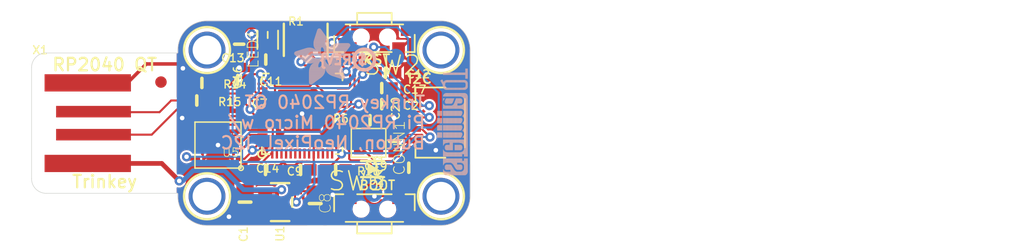
<source format=kicad_pcb>
(kicad_pcb (version 20221018) (generator pcbnew)
  (layers (0 "F.Cu" signal) (1 "In1.Cu" signal) (2 "In2.Cu" signal) (3 "In3.Cu" signal) (4 "In4.Cu" signal) (5 "In5.Cu" signal) (6 "In6.Cu" signal) (7 "In7.Cu" signal) (8 "In8.Cu" signal) (9 "In9.Cu" signal) (10 "In10.Cu" signal) (11 "In11.Cu" signal) (12 "In12.Cu" signal) (13 "In13.Cu" signal) (14 "In14.Cu" signal) (31 "B.Cu" signal) (34 "B.Paste" user) (35 "F.Paste" user) (36 "B.SilkS" user "B.Silkscreen") (37 "F.SilkS" user "F.Silkscreen") (38 "B.Mask" user) (39 "F.Mask" user) (44 "Edge.Cuts" user))
  (net 0 "")
  (net 1 "GND")
  (net 2 "D+")
  (net 3 "D-")
  (net 4 "~{RESET}")
  (net 5 "NEOPIX")
  (net 6 "+5V")
  (net 7 "+3V3")
  (net 8 "QSPI_DATA[0]")
  (net 9 "QSPI_DATA[1]")
  (net 10 "QSPI_SCK")
  (net 11 "QSPI_CS")
  (net 12 "QSPI_DATA[3]")
  (net 13 "QSPI_DATA[2]")
  (net 14 "1.2V")
  (net 15 "USB_D+")
  (net 16 "USB_D-")
  (net 17 "USBBOOT")
  (net 18 "N$5")
  (net 19 "N$6")
  (net 20 "N$7")
  (net 21 "SDA")
  (net 22 "SCL")
  (net 23 "N$1")
  (footprint "working:MOUNTINGHOLE_2.5_PLATED" (layer "F.Cu") (at 144.6911 98.6536)
    (fp_text reference "U$1" hide)
    (fp_text value "MOUNTINGHOLE2.5" hide)
  )
  (footprint "working:SPST_TACTILE_RA" (layer "F.Cu") (at 159.2326 112.1791)
    (fp_text reference "SW3")
    (fp_text value "" hide)
  )
  (footprint "working:FIDUCIAL_1MM" (layer "F.Cu") (at 140.6906 101.4349 90)
    (fp_text reference "U$8" hide)
    (fp_text value "FIDUCIAL_1MM" hide)
  )
  (footprint "working:MOUNTINGHOLE_2.5_PLATED" (layer "F.Cu") (at 165.0111 98.6536)
    (fp_text reference "U$5" hide)
    (fp_text value "MOUNTINGHOLE2.5" hide)
  )
  (footprint "working:SK6805_1515" (layer "F.Cu") (at 149.9616 97.7646 90)
    (fp_text reference "LED1")
    (fp_text value "WS2812B_SK6805_1515")
  )
  (footprint "working:MOUNTINGHOLE_2.5_PLATED" (layer "F.Cu") (at 144.6911 111.3536)
    (fp_text reference "U$2" hide)
    (fp_text value "MOUNTINGHOLE2.5" hide)
  )
  (footprint "working:0603-NO" (layer "F.Cu") (at 159.8676 103.3526)
    (fp_text reference "C2")
    (fp_text value "1uF")
  )
  (footprint "working:USBA_PCB" (layer "F.Cu") (at 134.5311 105.0036)
    (fp_text reference "X1")
    (fp_text value "")
  )
  (footprint "working:0805-NO" (layer "F.Cu") (at 147.9931 111.8616 -90)
    (fp_text reference "C1")
    (fp_text value "10uF")
  )
  (footprint "working:0603-NO" (layer "F.Cu") (at 152.8191 109.0676 180)
    (fp_text reference "C14")
    (fp_text value "0.1uF")
  )
  (footprint "working:0603-NO" (layer "F.Cu") (at 159.8676 101.9556)
    (fp_text reference "C17")
    (fp_text value "0.1uF")
  )
  (footprint "working:0603-NO" (layer "F.Cu") (at 155.8671 109.0676)
    (fp_text reference "R16")
    (fp_text value "1K")
  )
  (footprint "working:0603-NO" (layer "F.Cu") (at 149.7965 99.4791 180)
    (fp_text reference "C13")
    (fp_text value "0.1uF")
  )
  (footprint "working:0603-NO" (layer "F.Cu") (at 160.9471 106.5911 90)
    (fp_text reference "C20")
    (fp_text value "22pF")
  )
  (footprint "working:USON8_4X4" (layer "F.Cu") (at 145.6436 106.9086 180)
    (fp_text reference "U5")
    (fp_text value "8MB")
  )
  (footprint "working:0603-NO" (layer "F.Cu") (at 160.1851 100.6221)
    (fp_text reference "C12")
    (fp_text value "1uF")
  )
  (footprint "working:_0603MP" (layer "F.Cu") (at 146.7231 103.1621)
    (fp_text reference "C7")
    (fp_text value "0.1uF")
  )
  (footprint "working:QFN56_7MM_REDUCEDEPAD" (layer "F.Cu") (at 152.9588 104.1908 90)
    (fp_text reference "IC2" hide)
    (fp_text value "RP2040_QFN56" hide)
  )
  (footprint "working:RESPACK_4X0603" (layer "F.Cu") (at 153.2636 97.7646)
    (fp_text reference "R1")
    (fp_text value "10K")
  )
  (footprint "working:FIDUCIAL_1MM" (layer "F.Cu") (at 165.9509 105.1052 -90)
    (fp_text reference "U$6" hide)
    (fp_text value "FIDUCIAL_1MM" hide)
  )
  (footprint "working:0603-NO" (layer "F.Cu") (at 143.8021 103.0351)
    (fp_text reference "R15")
    (fp_text value "27")
  )
  (footprint "working:0805-NO" (layer "F.Cu") (at 154.0891 111.9886 -90)
    (fp_text reference "C8")
    (fp_text value "10uF")
  )
  (footprint "working:0603-NO" (layer "F.Cu") (at 162.2171 108.8771 180)
    (fp_text reference "C19")
    (fp_text value "22pF")
  )
  (footprint "working:SPST_TACTILE_RA" (layer "F.Cu") (at 159.2326 97.8281 180)
    (fp_text reference "SW2")
    (fp_text value "" hide)
  )
  (footprint "working:SOD-323_MINI" (layer "F.Cu") (at 159.0675 108.9914 180)
    (fp_text reference "D2")
    (fp_text value "  NSR0320")
  )
  (footprint "working:MOUNTINGHOLE_2.5_PLATED" (layer "F.Cu") (at 165.0111 111.3536)
    (fp_text reference "U$4" hide)
    (fp_text value "MOUNTINGHOLE2.5" hide)
  )
  (footprint "working:JST_SH4_SKINNY" (layer "F.Cu") (at 165.0111 105.0036 90)
    (fp_text reference "CONN1")
    (fp_text value "STEMMA_I2C_QTSKINNY" hide)
  )
  (footprint "working:0603-NO" (layer "F.Cu") (at 158.8516 104.7496 180)
    (fp_text reference "R6")
    (fp_text value "1K")
  )
  (footprint "working:0603-NO" (layer "F.Cu") (at 147.4851 98.1456 -90)
    (fp_text reference "C16")
    (fp_text value "0.1uF")
  )
  (footprint "working:0603-NO" (layer "F.Cu") (at 149.7711 109.0676)
    (fp_text reference "C9")
    (fp_text value "0.1uF")
  )
  (footprint "working:SOT23-5" (layer "F.Cu") (at 151.0411 111.8616 -90)
    (fp_text reference "U1")
    (fp_text value "AP2112K-3.3")
  )
  (footprint "working:0603-NO" (layer "F.Cu") (at 147.3581 101.2571)
    (fp_text reference "C11")
    (fp_text value "0.1uF")
  )
  (footprint "working:CRYSTAL_2.5X2" (layer "F.Cu") (at 158.7246 106.7181 180)
    (fp_text reference "Y1")
    (fp_text value "12MHZ")
  )
  (footprint "working:0603-NO" (layer "F.Cu") (at 144.2466 101.5111)
    (fp_text reference "R14")
    (fp_text value "27")
  )
  (footprint "working:TESTPOINT_ROUND_1.5MM_NO" (layer "B.Cu") (at 161.0741 99.2886 -90)
    (fp_text reference "TP3" hide)
    (fp_text value "" hide)
  )
  (footprint "working:PCBFEAT-REV-040" (layer "B.Cu") (at 158.3436 99.4791 180)
    (fp_text reference "U$9" hide)
    (fp_text value "" hide)
  )
  (footprint "working:STEMMAQT" (layer "B.Cu") (at 164.6936 109.5121 90)
    (fp_text reference "U$7" hide)
    (fp_text value "" hide)
  )
  (footprint "working:TESTPOINT_ROUND_1.5MM_NO" (layer "B.Cu") (at 159.1691 111.0996 -90)
    (fp_text reference "TP4" hide)
    (fp_text value "" hide)
  )
  (footprint "working:ADAFRUIT_5MM" (layer "B.Cu") (at 157.1371 101.6381 180)
    (fp_text reference "U$10" hide)
    (fp_text value "" hide)
  )
  (gr_line (start 165.0111 113.8936) (end 144.6911 113.8936) (stroke (width 0.05)) (layer "Edge.Cuts"))
  (gr_arc (start 142.1511 98.6536) (mid 142.895049 96.857549) (end 144.6911 96.1136) (stroke (width 0.05)) (layer "Edge.Cuts"))
  (gr_line (start 167.5511 98.6536) (end 167.5511 111.3536) (stroke (width 0.05)) (layer "Edge.Cuts"))
  (gr_line (start 144.6911 96.1136) (end 165.0111 96.1136) (stroke (width 0.05)) (layer "Edge.Cuts"))
  (gr_line (start 129.4511 109.8296) (end 129.4511 100.1776) (stroke (width 0.05)) (layer "Edge.Cuts"))
  (gr_arc (start 129.4511 100.1776) (mid 129.823074 99.279574) (end 130.7211 98.9076) (stroke (width 0.05)) (layer "Edge.Cuts"))
  (gr_arc (start 130.7211 111.0996) (mid 129.823074 110.727626) (end 129.4511 109.8296) (stroke (width 0.05)) (layer "Edge.Cuts"))
  (gr_line (start 130.7211 98.9076) (end 142.1511 98.9076) (stroke (width 0.05)) (layer "Edge.Cuts"))
  (gr_arc (start 167.5511 111.3536) (mid 166.807151 113.149651) (end 165.0111 113.8936) (stroke (width 0.05)) (layer "Edge.Cuts"))
  (gr_arc (start 165.0111 96.1136) (mid 166.807151 96.857549) (end 167.5511 98.6536) (stroke (width 0.05)) (layer "Edge.Cuts"))
  (gr_line (start 142.1511 98.9076) (end 142.1511 98.6536) (stroke (width 0.05)) (layer "Edge.Cuts"))
  (gr_arc (start 144.6911 113.8936) (mid 142.895049 113.149651) (end 142.1511 111.3536) (stroke (width 0.05)) (layer "Edge.Cuts"))
  (gr_line (start 142.1511 111.3536) (end 142.1511 111.0996) (stroke (width 0.05)) (layer "Edge.Cuts"))
  (gr_line (start 142.1511 111.0996) (end 130.7211 111.0996) (stroke (width 0.05)) (layer "Edge.Cuts"))
  (gr_text "Trinkey RP2040 QT\nPi RP2040 Micro w/\nButton, NeoPixel, I2C" (at 163.7411 107.3531) (layer "B.SilkS") (effects (font (size 1.0922 1.0922) (thickness 0.1778)) (justify left bottom mirror)))
  (gr_text "" (at 215.4809 102.4128) (layer "F.SilkS") (effects (font (size 0.89408 0.89408) (thickness 0.12192))))
  (gr_text "BOOT" (at 159.4866 110.4011) (layer "F.SilkS") (effects (font (size 0.79883 0.79883) (thickness 0.14097))))
  (gr_text "I2C" (at 163.1696 101.1301) (layer "F.SilkS") (effects (font (size 0.8636 0.8636) (thickness 0.1524))))
  (gr_text "RP2040 QT" (at 135.8011 99.9236) (layer "F.SilkS") (effects (font (size 1.0795 1.0795) (thickness 0.1905))))
  (gr_text "RST" (at 159.4231 99.4918) (layer "F.SilkS") (effects (font (size 0.8636 0.8636) (thickness 0.1524))))
  (gr_text "Trinkey" (at 135.8011 110.0836) (layer "F.SilkS") (effects (font (size 1.0795 1.0795) (thickness 0.1905))))
  (segment (start 147.9931 112.8116) (end 148.6306 113.4491) (width 0.3048) (layer "F.Cu") (net 1))
  (segment (start 153.5786 113.4491) (end 154.0891 112.9386) (width 0.3048) (layer "F.Cu") (net 1))
  (segment (start 142.5956 100.2411) (end 142.2146 99.8601) (width 0.3048) (layer "F.Cu") (net 1))
  (segment (start 137.7771 101.5036) (end 134.3311 101.5036) (width 0.3048) (layer "F.Cu") (net 1))
  (segment (start 139.4206 99.8601) (end 137.7771 101.5036) (width 0.3048) (layer "F.Cu") (net 1))
  (segment (start 148.6306 113.4491) (end 153.5786 113.4491) (width 0.3048) (layer "F.Cu") (net 1))
  (segment (start 146.0181 105.7086) (end 145.6436 106.0831) (width 0.3048) (layer "F.Cu") (net 1))
  (segment (start 147.4936 105.7086) (end 146.0181 105.7086) (width 0.3048) (layer "F.Cu") (net 1))
  (segment (start 145.6436 106.0831) (end 145.6436 106.9086) (width 0.3048) (layer "F.Cu") (net 1))
  (segment (start 142.2146 99.8601) (end 139.4206 99.8601) (width 0.3048) (layer "F.Cu") (net 1))
  (via (at 146.5961 113.1316) (size 0.8001) (drill 0.3937) (layers "F.Cu" "B.Cu") (net 1))
  (via (at 152.9461 104.1781) (size 0.8001) (drill 0.3937) (layers "F.Cu" "B.Cu") (net 1))
  (via (at 142.5956 100.2411) (size 0.8001) (drill 0.3937) (layers "F.Cu" "B.Cu") (net 1))
  (via (at 142.5321 104.5591) (size 0.8001) (drill 0.3937) (layers "F.Cu" "B.Cu") (net 1))
  (via (at 147.4851 100.1776) (size 0.8001) (drill 0.3937) (layers "F.Cu" "B.Cu") (net 1))
  (via (at 164.5666 107.3531) (size 0.8001) (drill 0.3937) (layers "F.Cu" "B.Cu") (net 1))
  (via (at 160.9471 104.5591) (size 0.8001) (drill 0.3937) (layers "F.Cu" "B.Cu") (net 1))
  (via (at 155.6131 111.2266) (size 0.8001) (drill 0.3937) (layers "F.Cu" "B.Cu") (net 1))
  (via (at 145.6436 106.9086) (size 0.8001) (drill 0.3937) (layers "F.Cu" "B.Cu") (net 1))
  (segment (start 147.9848 102.4288) (end 145.0434 102.4288) (width 0.1778) (layer "F.Cu") (net 2))
  (segment (start 149.5088 103.1908) (end 148.7468 103.1908) (width 0.1778) (layer "F.Cu") (net 2))
  (segment (start 145.0434 102.4288) (end 144.6521 102.8201) (width 0.1778) (layer "F.Cu") (net 2))
  (segment (start 144.6521 103.0351) (end 144.6521 102.8201) (width 0.1778) (layer "F.Cu") (net 2))
  (segment (start 148.7468 103.1908) (end 147.9848 102.4288) (width 0.1778) (layer "F.Cu") (net 2))
  (segment (start 145.0966 101.5111) (end 145.072 101.635694) (width 0.1778) (layer "F.Cu") (net 3))
  (segment (start 148.1118 102.0288) (end 145.395087 102.0288) (width 0.1778) (layer "F.Cu") (net 3))
  (segment (start 149.5088 102.7908) (end 148.8738 102.7908) (width 0.1778) (layer "F.Cu") (net 3))
  (segment (start 145.395087 102.0288) (end 145.072 101.635694) (width 0.1778) (layer "F.Cu") (net 3))
  (segment (start 148.8738 102.7908) (end 148.1118 102.0288) (width 0.1778) (layer "F.Cu") (net 3))
  (segment (start 157.5022 100.2832) (end 157.5022 101.9715) (width 0.1778) (layer "F.Cu") (net 4))
  (segment (start 157.1326 99.8501) (end 157.5022 100.2197) (width 0.1778) (layer "F.Cu") (net 4))
  (segment (start 158.8406 98.7281) (end 159.1691 98.3996) (width 0.1778) (layer "F.Cu") (net 4))
  (segment (start 157.1326 98.7281) (end 158.8406 98.7281) (width 0.1778) (layer "F.Cu") (net 4))
  (segment (start 157.5022 101.9715) (end 157.0829 102.3908) (width 0.1778) (layer "F.Cu") (net 4))
  (segment (start 157.0829 102.3908) (end 156.4088 102.3908) (width 0.1778) (layer "F.Cu") (net 4))
  (segment (start 157.5022 100.2197) (end 157.5022 100.2832) (width 0.1778) (layer "F.Cu") (net 4))
  (segment (start 157.1326 99.8501) (end 156.0876 98.8051) (width 0.1778) (layer "F.Cu") (net 4))
  (segment (start 156.0876 98.8051) (end 154.7541 98.8051) (width 0.1778) (layer "F.Cu") (net 4))
  (segment (start 154.7541 98.8051) (end 154.5636 98.6146) (width 0.1778) (layer "F.Cu") (net 4))
  (segment (start 157.1326 98.7281) (end 157.1326 99.8501) (width 0.1778) (layer "F.Cu") (net 4))
  (via (at 159.1691 98.3996) (size 0.8001) (drill 0.3937) (layers "F.Cu" "B.Cu") (net 4))
  (segment (start 159.1691 98.3996) (end 160.1851 98.3996) (width 0.1778) (layer "B.Cu") (net 4))
  (segment (start 160.1851 98.3996) (end 161.0741 99.2886) (width 0.1778) (layer "B.Cu") (net 4))
  (segment (start 150.4116 98.2646) (end 151.4719 98.2646) (width 0.1778) (layer "F.Cu") (net 5))
  (segment (start 151.4719 98.2646) (end 151.4719 99.5563) (width 0.1778) (layer "F.Cu") (net 5))
  (segment (start 151.5588 99.6432) (end 151.4719 99.5563) (width 0.1778) (layer "F.Cu") (net 5))
  (segment (start 151.5588 100.7408) (end 151.5588 99.6432) (width 0.1778) (layer "F.Cu") (net 5))
  (segment (start 149.741 112.8116) (end 150.7871 112.8116) (width 0.3048) (layer "F.Cu") (net 6))
  (segment (start 150.5991 110.9116) (end 150.3426 110.9116) (width 0.3048) (layer "F.Cu") (net 6))
  (segment (start 150.3426 110.9116) (end 149.741 110.9116) (width 0.3048) (layer "F.Cu") (net 6))
  (segment (start 134.3311 108.5036) (end 140.7616 108.5036) (width 0.4064) (layer "F.Cu") (net 6))
  (segment (start 150.7871 112.8116) (end 150.7871 111.0996) (width 0.3048) (layer "F.Cu") (net 6))
  (segment (start 149.741 110.9116) (end 147.9931 110.9116) (width 0.3048) (layer "F.Cu") (net 6))
  (segment (start 151.03385 110.9116) (end 150.3426 110.9116) (width 0.4064) (layer "F.Cu") (net 6))
  (segment (start 140.7616 108.5036) (end 142.2781 110.0201) (width 0.4064) (layer "F.Cu") (net 6))
  (segment (start 151.16335 110.7821) (end 151.03385 110.9116) (width 0.4064) (layer "F.Cu") (net 6))
  (segment (start 150.7871 111.0996) (end 150.5991 110.9116) (width 0.3048) (layer "F.Cu") (net 6))
  (via (at 151.16335 110.7821) (size 0.8001) (drill 0.3937) (layers "F.Cu" "B.Cu") (net 6))
  (via (at 142.2781 110.0201) (size 0.8001) (drill 0.3937) (layers "F.Cu" "B.Cu") (net 6))
  (segment (start 146.2184 109.1344) (end 147.8661 110.7821) (width 0.4064) (layer "B.Cu") (net 6))
  (segment (start 147.8661 110.7821) (end 151.16335 110.7821) (width 0.4064) (layer "B.Cu") (net 6))
  (segment (start 143.4813 109.1344) (end 146.2184 109.1344) (width 0.4064) (layer "B.Cu") (net 6))
  (segment (start 142.2781 110.0201) (end 142.5956 110.0201) (width 0.4064) (layer "B.Cu") (net 6))
  (segment (start 143.4813 109.1344) (end 142.5956 110.0201) (width 0.4064) (layer "B.Cu") (net 6))
  (segment (start 148.304243 96.7486) (end 148.4376 96.7486) (width 0.1778) (layer "F.Cu") (net 7))
  (segment (start 150.6981 96.9781) (end 151.9001 96.9781) (width 0.1778) (layer "F.Cu") (net 7))
  (segment (start 156.4088 103.9908) (end 157.071912 103.9908) (width 0.1778) (layer "F.Cu") (net 7))
  (segment (start 153.9588 108.9743) (end 153.8655 109.0676) (width 0.1778) (layer "F.Cu") (net 7))
  (segment (start 152.8636 96.9146) (end 153.6636 96.9146) (width 0.1778) (layer "F.Cu") (net 7))
  (segment (start 155.1051 102.5906) (end 153.9621 101.4476) (width 0.1778) (layer "F.Cu") (net 7))
  (segment (start 149.5088 103.9908) (end 149.5088 103.5908) (width 0.1778) (layer "F.Cu") (net 7))
  (segment (start 153.9621 101.4476) (end 153.9621 100.7375) (width 0.1778) (layer "F.Cu") (net 7))
  (segment (start 153.9621 106.9086) (end 153.9621 107.6375) (width 0.1778) (layer "F.Cu") (net 7))
  (segment (start 143.7936 108.1086) (end 143.0971 108.1086) (width 0.3048) (layer "F.Cu") (net 7))
  (segment (start 163.3521 105.5036) (end 164.0586 106.2101) (width 0.1778) (layer "F.Cu") (net 7))
  (segment (start 150.5966 103.162097) (end 150.5966 101.765104) (width 0.1778) (layer "F.Cu") (net 7))
  (segment (start 148.4376 96.7486) (end 148.5646 96.8756) (width 0.1778) (layer "F.Cu") (net 7))
  (segment (start 153.6636 96.9146) (end 154.5636 96.9146) (width 0.1778) (layer "F.Cu") (net 7))
  (segment (start 148.304243 96.7486) (end 147.757243 97.2956) (width 0.1778) (layer "F.Cu") (net 7))
  (segment (start 153.8351 106.7816) (end 153.9621 106.9086) (width 0.1778) (layer "F.Cu") (net 7))
  (segment (start 159.0176 101.9556) (end 159.0176 103.3526) (width 0.1778) (layer "F.Cu") (net 7))
  (segment (start 150.3588 107.6408) (end 150.3588 107.0829) (width 0.1778) (layer "F.Cu") (net 7))
  (segment (start 153.9588 107.6408) (end 153.9588 108.9743) (width 0.1778) (layer "F.Cu") (net 7))
  (segment (start 150.596603 101.765104) (end 150.6601 101.8286) (width 0.1778) (layer "F.Cu") (net 7))
  (segment (start 150.6465 99.7467) (end 150.6465 99.4791) (width 0.1778) (layer "F.Cu") (net 7))
  (segment (start 153.8655 109.0676) (end 153.6691 109.0676) (width 0.1778) (layer "F.Cu") (net 7))
  (segment (start 143.0971 108.1086) (end 142.9131 107.9246) (width 0.3048) (layer "F.Cu") (net 7))
  (segment (start 155.1051 103.8606) (end 155.1051 102.5906) (width 0.1778) (layer "F.Cu") (net 7))
  (segment (start 151.9001 96.9781) (end 151.9636 96.9146) (width 0.1778) (layer "F.Cu") (net 7))
  (segment (start 148.4376 96.7486) (end 149.90485 96.7486) (width 0.1778) (layer "F.Cu") (net 7))
  (segment (start 150.6601 101.8286) (end 153.5811 101.8286) (width 0.1778) (layer "F.Cu") (net 7))
  (segment (start 153.9621 110.9116) (end 154.0891 111.0386) (width 0.1778) (layer "F.Cu") (net 7))
  (segment (start 153.9621 100.7375) (end 153.9588 100.7408) (width 0.1778) (layer "F.Cu") (net 7))
  (segment (start 148.9211 109.0676) (end 148.9211 108.9651) (width 0.1778) (layer "F.Cu") (net 7))
  (segment (start 156.4056 103.9876) (end 155.2321 103.9876) (width 0.1778) (layer "F.Cu") (net 7))
  (segment (start 150.3588 107.6408) (end 150.2454 107.6408) (width 0.1778) (layer "F.Cu") (net 7))
  (segment (start 150.2454 107.6408) (end 148.9211 108.9651) (width 0.1778) (layer "F.Cu") (net 7))
  (segment (start 150.3588 100.7408) (end 149.5088 101.5908) (width 0.1778) (layer "F.Cu") (net 7))
  (segment (start 147.4851 97.2956) (end 147.757243 97.2956) (width 0.1778) (layer "F.Cu") (net 7))
  (segment (start 162.4971 105.5036) (end 163.3521 105.5036) (width 0.1778) (layer "F.Cu") (net 7))
  (segment (start 149.90485 96.7486) (end 150.4116 97.25535) (width 0.1778) (layer "F.Cu") (net 7))
  (segment (start 150.6601 106.7816) (end 153.8351 106.7816) (width 0.1778) (layer "F.Cu") (net 7))
  (segment (start 152.3412 110.9116) (end 153.9621 110.9116) (width 0.1778) (layer "F.Cu") (net 7))
  (segment (start 152.4381 111.8616) (end 152.3412 111.8616) (width 0.1778) (layer "F.Cu") (net 7))
  (segment (start 150.3588 100.7408) (end 150.3588 101.5273) (width 0.1778) (layer "F.Cu") (net 7))
  (segment (start 156.4088 103.9908) (end 156.4056 103.9876) (width 0.1778) (layer "F.Cu") (net 7))
  (segment (start 157.710112 103.3526) (end 157.86735 103.3526) (width 0.1778) (layer "F.Cu") (net 7))
  (segment (start 153.5811 101.8286) (end 153.9621 101.4476) (width 0.1778) (layer "F.Cu") (net 7))
  (segment (start 150.4061 104.241604) (end 150.4061 107.035596) (width 0.1778) (layer "F.Cu") (net 7))
  (segment (start 151.9636 96.9146) (end 152.8636 96.9146) (width 0.1778) (layer "F.Cu") (net 7))
  (segment (start 150.4116 97.2646) (end 150.6981 96.9781) (width 0.1778) (layer "F.Cu") (net 7))
  (segment (start 150.3588 100.7408) (end 150.3588 100.0344) (width 0.1778) (layer "F.Cu") (net 7))
  (segment (start 149.5088 103.9908) (end 150.1553 103.9908) (width 0.1778) (layer "F.Cu") (net 7))
  (segment (start 150.1679 103.5908) (end 150.5966 103.162097) (width 0.1778) (layer "F.Cu") (net 7))
  (segment (start 150.1553 103.9908) (end 150.4061 104.241604) (width 0.1778) (layer "F.Cu") (net 7))
  (segment (start 150.4116 97.25535) (end 150.4116 97.2646) (width 0.1778) (layer "F.Cu") (net 7))
  (segment (start 149.5088 101.9908) (end 149.5088 101.5908) (width 0.1778) (layer "F.Cu") (net 7))
  (segment (start 150.5966 101.765104) (end 150.596603 101.765104) (width 0.1778) (layer "F.Cu") (net 7))
  (segment (start 157.071912 103.9908) (end 157.710112 103.3526) (width 0.1778) (layer "F.Cu") (net 7))
  (segment (start 148.5646 96.8756) (end 148.5646 97.2566) (width 0.1778) (layer "F.Cu") (net 7))
  (segment (start 157.86735 103.3526) (end 159.0176 103.3526) (width 0.1778) (layer "F.Cu") (net 7))
  (segment (start 149.5088 103.5908) (end 150.1679 103.5908) (width 0.1778) (layer "F.Cu") (net 7))
  (segment (start 153.9621 107.6375) (end 153.9588 107.6408) (width 0.1778) (layer "F.Cu") (net 7))
  (segment (start 150.3588 101.5273) (end 150.596603 101.765104) (width 0.1778) (layer "F.Cu") (net 7))
  (segment (start 150.3588 107.0829) (end 150.6601 106.7816) (width 0.1778) (layer "F.Cu") (net 7))
  (segment (start 155.2321 103.9876) (end 155.1051 103.8606) (width 0.1778) (layer "F.Cu") (net 7))
  (segment (start 150.3588 100.0344) (end 150.6465 99.7467) (width 0.1778) (layer "F.Cu") (net 7))
  (segment (start 153.6691 109.0676) (end 153.6691 109.5837) (width 0.1778) (layer "F.Cu") (net 7))
  (segment (start 152.3412 110.9116) (end 152.3412 111.8616) (width 0.1778) (layer "F.Cu") (net 7))
  (segment (start 152.3412 110.9116) (end 153.6691 109.5837) (width 0.1778) (layer "F.Cu") (net 7))
  (via (at 152.4381 111.8616) (size 0.8001) (drill 0.3937) (layers "F.Cu" "B.Cu") (net 7))
  (via (at 148.5646 97.2566) (size 0.8001) (drill 0.3937) (layers "F.Cu" "B.Cu") (net 7))
  (via (at 142.9131 107.9246) (size 0.8001) (drill 0.3937) (layers "F.Cu" "B.Cu") (net 7))
  (via (at 164.0586 106.2101) (size 0.8001) (drill 0.3937) (layers "F.Cu" "B.Cu") (net 7))
  (via (at 157.86735 103.3526) (size 0.8001) (drill 0.3937) (layers "F.Cu" "B.Cu") (net 7))
  (segment (start 154.0256 110.2741) (end 152.4381 111.8616) (width 0.1778) (layer "B.Cu") (net 7))
  (segment (start 160.6931 108.3691) (end 154.0256 108.3691) (width 0.1778) (layer "B.Cu") (net 7))
  (segment (start 148.15185 100.453782) (end 146.9136 101.692032) (width 0.1778) (layer "B.Cu") (net 7))
  (segment (start 148.5646 99.2251) (end 148.15185 99.63785) (width 0.1778) (layer "B.Cu") (net 7))
  (segment (start 148.5646 97.2566) (end 148.5646 99.2251) (width 0.1778) (layer "B.Cu") (net 7))
  (segment (start 147.7391 107.9246) (end 147.7391 108.3691) (width 0.1778) (layer "B.Cu") (net 7))
  (segment (start 147.7391 106.4641) (end 147.7391 107.9246) (width 0.1778) (layer "B.Cu") (net 7))
  (segment (start 157.0736 103.3526) (end 154.6606 105.7656) (width 0.1778) (layer "B.Cu") (net 7))
  (segment (start 154.0256 108.3691) (end 147.7391 108.3691) (width 0.1778) (layer "B.Cu") (net 7))
  (segment (start 142.9131 107.9246) (end 147.7391 107.9246) (width 0.1778) (layer "B.Cu") (net 7))
  (segment (start 162.8521 106.2101) (end 160.6931 108.3691) (width 0.1778) (layer "B.Cu") (net 7))
  (segment (start 146.9136 101.692032) (end 146.9136 105.6386) (width 0.1778) (layer "B.Cu") (net 7))
  (segment (start 154.6606 105.7656) (end 148.4376 105.7656) (width 0.1778) (layer "B.Cu") (net 7))
  (segment (start 146.9136 105.6386) (end 147.7391 106.4641) (width 0.1778) (layer "B.Cu") (net 7))
  (segment (start 148.4376 105.7656) (end 147.7391 106.4641) (width 0.1778) (layer "B.Cu") (net 7))
  (segment (start 154.0256 108.3691) (end 154.0256 110.2741) (width 0.1778) (layer "B.Cu") (net 7))
  (segment (start 164.0586 106.2101) (end 162.8521 106.2101) (width 0.1778) (layer "B.Cu") (net 7))
  (segment (start 157.86735 103.3526) (end 157.0736 103.3526) (width 0.1778) (layer "B.Cu") (net 7))
  (segment (start 148.15185 99.63785) (end 148.15185 100.453782) (width 0.1778) (layer "B.Cu") (net 7))
  (segment (start 148.252968 105.5908) (end 147.804068 105.1419) (width 0.1778) (layer "F.Cu") (net 8))
  (segment (start 149.5088 105.5908) (end 148.252968 105.5908) (width 0.1778) (layer "F.Cu") (net 8))
  (segment (start 147.804068 105.1419) (end 144.3603 105.1419) (width 0.1778) (layer "F.Cu") (net 8))
  (segment (start 144.3603 105.1419) (end 143.7936 105.7086) (width 0.1778) (layer "F.Cu") (net 8))
  (segment (start 148.579831 106.4241) (end 147.695331 107.3086) (width 0.1778) (layer "F.Cu") (net 9))
  (segment (start 149.4755 106.4241) (end 148.579831 106.4241) (width 0.1778) (layer "F.Cu") (net 9))
  (segment (start 147.4936 107.3086) (end 147.695331 107.3086) (width 0.1778) (layer "F.Cu") (net 9))
  (segment (start 149.5088 106.3908) (end 149.4755 106.4241) (width 0.1778) (layer "F.Cu") (net 9))
  (segment (start 149.5088 105.1908) (end 148.3759 105.1908) (width 0.1778) (layer "F.Cu") (net 10))
  (segment (start 148.3759 105.1908) (end 147.9347 104.7496) (width 0.1778) (layer "F.Cu") (net 10))
  (segment (start 143.7936 106.5086) (end 143.5481 106.5086) (width 0.1778) (layer "F.Cu") (net 10))
  (segment (start 143.383131 105.2419) (end 143.2269 105.398131) (width 0.1778) (layer "F.Cu") (net 10))
  (segment (start 147.9347 104.7496) (end 144.2466 104.7496) (width 0.1778) (layer "F.Cu") (net 10))
  (segment (start 143.2269 105.398131) (end 143.2269 106.1874) (width 0.1778) (layer "F.Cu") (net 10))
  (segment (start 143.2269 106.1874) (end 143.5481 106.5086) (width 0.1778) (layer "F.Cu") (net 10))
  (segment (start 144.2466 104.7496) (end 143.7543 105.2419) (width 0.1778) (layer "F.Cu") (net 10))
  (segment (start 143.7543 105.2419) (end 143.383131 105.2419) (width 0.1778) (layer "F.Cu") (net 10))
  (segment (start 152.4326 97.8916) (end 155.4226 97.8916) (width 0.1778) (layer "F.Cu") (net 11))
  (segment (start 151.9636 98.3606) (end 151.9636 98.6146) (width 0.1778) (layer "F.Cu") (net 11))
  (segment (start 151.9636 98.3606) (end 152.4326 97.8916) (width 0.1778) (layer "F.Cu") (net 11))
  (segment (start 155.105084 109.067612) (end 156.3751 107.7976) (width 0.1778) (layer "F.Cu") (net 11))
  (segment (start 149.5088 106.7908) (end 149.1904 106.7908) (width 0.1778) (layer "F.Cu") (net 11))
  (segment (start 149.1904 106.7908) (end 148.6281 107.3531) (width 0.1778) (layer "F.Cu") (net 11))
  (segment (start 155.105071 109.0676) (end 155.105084 109.067612) (width 0.1778) (layer "F.Cu") (net 11))
  (segment (start 155.0171 109.0676) (end 155.105071 109.0676) (width 0.1778) (layer "F.Cu") (net 11))
  (segment (start 156.3751 107.6706) (end 156.3751 107.7976) (width 0.1778) (layer "F.Cu") (net 11))
  (segment (start 155.4226 97.8916) (end 155.5496 98.0186) (width 0.1778) (layer "F.Cu") (net 11))
  (segment (start 147.4936 108.1086) (end 147.9381 108.1086) (width 0.1778) (layer "F.Cu") (net 11))
  (segment (start 148.6281 107.3531) (end 148.6281 107.4186) (width 0.1778) (layer "F.Cu") (net 11))
  (segment (start 148.6281 107.4186) (end 147.9381 108.1086) (width 0.1778) (layer "F.Cu") (net 11))
  (via (at 155.5496 98.0186) (size 0.8001) (drill 0.3937) (layers "F.Cu" "B.Cu") (net 11))
  (via (at 156.3751 107.6706) (size 0.8001) (drill 0.3937) (layers "F.Cu" "B.Cu") (net 11))
  (via (at 148.6281 107.3531) (size 0.8001) (drill 0.3937) (layers "F.Cu" "B.Cu") (net 11))
  (segment (start 156.3751 107.6706) (end 156.0576 107.3531) (width 0.1778) (layer "B.Cu") (net 11))
  (segment (start 156.8831 96.6851) (end 161.2011 96.6851) (width 0.1778) (layer "B.Cu") (net 11))
  (segment (start 163.1061 105.3846) (end 164.1856 105.3846) (width 0.1778) (layer "B.Cu") (net 11))
  (segment (start 155.5496 98.0186) (end 156.8831 96.6851) (width 0.1778) (layer "B.Cu") (net 11))
  (segment (start 156.0576 107.3531) (end 148.6281 107.3531) (width 0.1778) (layer "B.Cu") (net 11))
  (segment (start 162.1536 97.6376) (end 162.1536 99.7331) (width 0.1778) (layer "B.Cu") (net 11))
  (segment (start 164.8206 102.4001) (end 164.8206 104.7496) (width 0.1778) (layer "B.Cu") (net 11))
  (segment (start 156.4386 107.6071) (end 160.8836 107.6071) (width 0.1778) (layer "B.Cu") (net 11))
  (segment (start 160.8836 107.6071) (end 163.1061 105.3846) (width 0.1778) (layer "B.Cu") (net 11))
  (segment (start 162.1536 99.7331) (end 164.8206 102.4001) (width 0.1778) (layer "B.Cu") (net 11))
  (segment (start 156.3751 107.6706) (end 156.4386 107.6071) (width 0.1778) (layer "B.Cu") (net 11))
  (segment (start 164.1856 105.3846) (end 164.8206 104.7496) (width 0.1778) (layer "B.Cu") (net 11))
  (segment (start 161.2011 96.6851) (end 162.1536 97.6376) (width 0.1778) (layer "B.Cu") (net 11))
  (segment (start 143.607 104.8863) (end 144.0993 104.394) (width 0.1778) (layer "F.Cu") (net 12))
  (segment (start 144.0993 104.394) (end 148.082 104.394) (width 0.1778) (layer "F.Cu") (net 12))
  (segment (start 143.462431 107.3086) (end 142.824065 106.670234) (width 0.1778) (layer "F.Cu") (net 12))
  (segment (start 143.225993 104.8863) (end 143.607 104.8863) (width 0.1778) (layer "F.Cu") (net 12))
  (segment (start 143.7936 107.3086) (end 143.462431 107.3086) (width 0.1778) (layer "F.Cu") (net 12))
  (segment (start 148.082 104.394) (end 148.4727 104.7847) (width 0.1778) (layer "F.Cu") (net 12))
  (segment (start 142.824065 106.670234) (end 142.824065 105.288228) (width 0.1778) (layer "F.Cu") (net 12))
  (segment (start 149.5027 104.7847) (end 148.4727 104.7847) (width 0.1778) (layer "F.Cu") (net 12))
  (segment (start 142.824065 105.288228) (end 143.225993 104.8863) (width 0.1778) (layer "F.Cu") (net 12))
  (segment (start 149.5088 104.7908) (end 149.5027 104.7847) (width 0.1778) (layer "F.Cu") (net 12))
  (segment (start 149.5088 105.9908) (end 149.4755 106.0241) (width 0.1778) (layer "F.Cu") (net 13))
  (segment (start 148.349931 106.0241) (end 149.4755 106.0241) (width 0.1778) (layer "F.Cu") (net 13))
  (segment (start 148.349931 106.0241) (end 147.865431 106.5086) (width 0.1778) (layer "F.Cu") (net 13))
  (segment (start 147.865431 106.5086) (end 147.4936 106.5086) (width 0.1778) (layer "F.Cu") (net 13))
  (segment (start 158.36265 100.6221) (end 158.2166 100.76815) (width 0.1778) (layer "F.Cu") (net 14))
  (segment (start 157.8746 101.0666) (end 157.8746 102.1071) (width 0.1778) (layer "F.Cu") (net 14))
  (segment (start 148.2081 101.2571) (end 148.2081 101.6097) (width 0.1778) (layer "F.Cu") (net 14))
  (segment (start 148.4376 103.725091) (end 147.874609 103.1621) (width 0.1778) (layer "F.Cu") (net 14))
  (segment (start 148.4376 103.7971) (end 148.4376 103.725091) (width 0.1778) (layer "F.Cu") (net 14))
  (segment (start 149.3266 100.7491) (end 148.7161 100.7491) (width 0.1778) (layer "F.Cu") (net 14))
  (segment (start 147.4851 103.1621) (end 147.874609 103.1621) (width 0.1778) (layer "F.Cu") (net 14))
  (segment (start 156.4088 103.5908) (end 156.969012 103.5908) (width 0.1778) (layer "F.Cu") (net 14))
  (segment (start 148.995 102.3966) (end 148.2081 101.6097) (width 0.1778) (layer "F.Cu") (net 14))
  (segment (start 149.0008 102.3908) (end 149.5088 102.3908) (width 0.1778) (layer "F.Cu") (net 14))
  (segment (start 148.890606 104.3686) (end 148.4376 103.915594) (width 0.1778) (layer "F.Cu") (net 14))
  (segment (start 157.2006 103.359213) (end 157.2006 102.7811) (width 0.1778) (layer "F.Cu") (net 14))
  (segment (start 157.2006 102.7811) (end 157.8746 102.1071) (width 0.1778) (layer "F.Cu") (net 14))
  (segment (start 149.4866 104.3686) (end 149.5088 104.3908) (width 0.1778) (layer "F.Cu") (net 14))
  (segment (start 158.3191 100.6221) (end 159.3351 100.6221) (width 0.1778) (layer "F.Cu") (net 14))
  (segment (start 148.4376 103.915594) (end 148.4376 103.7971) (width 0.1778) (layer "F.Cu") (net 14))
  (segment (start 159.3351 100.6221) (end 158.36265 100.6221) (width 0.1778) (layer "F.Cu") (net 14))
  (segment (start 156.969012 103.5908) (end 157.2006 103.359213) (width 0.1778) (layer "F.Cu") (net 14))
  (segment (start 148.7161 100.7491) (end 148.2081 101.2571) (width 0.1778) (layer "F.Cu") (net 14))
  (segment (start 158.3191 100.6221) (end 157.8746 101.0666) (width 0.1778) (layer "F.Cu") (net 14))
  (segment (start 149.4866 104.3686) (end 148.890606 104.3686) (width 0.1778) (layer "F.Cu") (net 14))
  (segment (start 149.0008 102.3908) (end 148.995 102.3966) (width 0.1778) (layer "F.Cu") (net 14))
  (via (at 149.3266 100.7491) (size 0.8001) (drill 0.3937) (layers "F.Cu" "B.Cu") (net 14))
  (via (at 158.2166 100.76815) (size 0.8001) (drill 0.3937) (layers "F.Cu" "B.Cu") (net 14))
  (via (at 148.4376 103.7971) (size 0.8001) (drill 0.3937) (layers "F.Cu" "B.Cu") (net 14))
  (segment (start 149.1996 102.2731) (end 148.4376 103.0351) (width 0.1778) (layer "B.Cu") (net 14))
  (segment (start 149.1996 102.2731) (end 149.1996 101.0031) (width 0.1778) (layer "B.Cu") (net 14))
  (segment (start 158.2166 100.76815) (end 157.02915 101.9556) (width 0.1778) (layer "B.Cu") (net 14))
  (segment (start 157.02915 101.9556) (end 150.1521 101.9556) (width 0.1778) (layer "B.Cu") (net 14))
  (segment (start 150.1521 101.9556) (end 149.1996 101.0031) (width 0.1778) (layer "B.Cu") (net 14))
  (segment (start 148.4376 103.7971) (end 148.4376 103.0351) (width 0.1778) (layer "B.Cu") (net 14))
  (segment (start 149.1996 100.6221) (end 149.3266 100.7491) (width 0.1778) (layer "B.Cu") (net 14))
  (segment (start 149.1996 101.0031) (end 149.1996 100.6221) (width 0.1778) (layer "B.Cu") (net 14))
  (segment (start 141.5796 103.0351) (end 140.5636 104.0511) (width 0.1778) (layer "F.Cu") (net 15))
  (segment (start 140.5636 104.0511) (end 136.4996 104.0511) (width 0.1778) (layer "F.Cu") (net 15))
  (segment (start 142.9521 103.0351) (end 141.5796 103.0351) (width 0.1778) (layer "F.Cu") (net 15))
  (segment (start 134.8471 103.9876) (end 134.8311 104.0036) (width 0.1778) (layer "F.Cu") (net 15))
  (segment (start 136.4361 103.9876) (end 134.8471 103.9876) (width 0.1778) (layer "F.Cu") (net 15))
  (segment (start 136.4996 104.0511) (end 136.4361 103.9876) (width 0.1778) (layer "F.Cu") (net 15))
  (segment (start 143.8021 101.9166) (end 143.8021 103.616794) (width 0.1778) (layer "F.Cu") (net 16))
  (segment (start 143.3966 101.5111) (end 143.8021 101.9166) (width 0.1778) (layer "F.Cu") (net 16))
  (segment (start 139.8862 106.0036) (end 142.068738 103.821063) (width 0.1778) (layer "F.Cu") (net 16))
  (segment (start 143.8021 103.616794) (end 143.597831 103.821063) (width 0.1778) (layer "F.Cu") (net 16))
  (segment (start 143.597831 103.821063) (end 142.068738 103.821063) (width 0.1778) (layer "F.Cu") (net 16))
  (segment (start 134.8311 106.0036) (end 139.8862 106.0036) (width 0.1778) (layer "F.Cu") (net 16))
  (segment (start 157.179268 108.2421) (end 158.5782 108.2421) (width 0.1778) (layer "F.Cu") (net 17))
  (segment (start 160.1375 108.9914) (end 160.0247 109.1042) (width 0.1778) (layer "F.Cu") (net 17))
  (segment (start 159.2326 111.3536) (end 160.0247 110.5615) (width 0.3048) (layer "F.Cu") (net 17))
  (segment (start 156.4088 106.7908) (end 156.62185 107.00385) (width 0.1778) (layer "F.Cu") (net 17))
  (segment (start 159.2513 108.9152) (end 160.0613 108.9152) (width 0.1778) (layer "F.Cu") (net 17))
  (segment (start 156.651281 107.00385) (end 157.04185 107.394418) (width 0.1778) (layer "F.Cu") (net 17))
  (segment (start 160.0247 109.1042) (end 160.0247 110.5615) (width 0.3048) (layer "F.Cu") (net 17))
  (segment (start 158.5782 108.2421) (end 159.2513 108.9152) (width 0.1778) (layer "F.Cu") (net 17))
  (segment (start 159.3071 111.2791) (end 159.2326 111.3536) (width 0.3048) (layer "F.Cu") (net 17))
  (segment (start 161.3326 111.2791) (end 159.3071 111.2791) (width 0.3048) (layer "F.Cu") (net 17))
  (segment (start 157.04185 108.104681) (end 157.179268 108.2421) (width 0.1778) (layer "F.Cu") (net 17))
  (segment (start 157.04185 107.394418) (end 157.04185 108.104681) (width 0.1778) (layer "F.Cu") (net 17))
  (segment (start 156.62185 107.00385) (end 156.651281 107.00385) (width 0.1778) (layer "F.Cu") (net 17))
  (segment (start 160.0613 108.9152) (end 160.1375 108.9914) (width 0.1778) (layer "F.Cu") (net 17))
  (via (at 159.2326 111.3536) (size 0.8001) (drill 0.3937) (layers "F.Cu" "B.Cu") (net 17))
  (segment (start 159.1691 111.0996) (end 159.2326 111.1631) (width 0.1778) (layer "B.Cu") (net 17))
  (segment (start 159.2326 111.1631) (end 159.2326 111.3536) (width 0.1778) (layer "B.Cu") (net 17))
  (segment (start 159.2716 108.3056) (end 158.3091 107.3431) (width 0.1778) (layer "F.Cu") (net 18))
  (segment (start 157.1466 104.7908) (end 157.1466 106.5901) (width 0.1778) (layer "F.Cu") (net 18))
  (segment (start 157.8996 107.3431) (end 158.3091 107.3431) (width 0.1778) (layer "F.Cu") (net 18))
  (segment (start 157.1466 106.5901) (end 157.8996 107.3431) (width 0.1778) (layer "F.Cu") (net 18))
  (segment (start 160.7956 108.3056) (end 159.2716 108.3056) (width 0.1778) (layer "F.Cu") (net 18))
  (segment (start 156.4088 104.7908) (end 157.1466 104.7908) (width 0.1778) (layer "F.Cu") (net 18))
  (segment (start 160.7956 108.3056) (end 161.3671 108.8771) (width 0.1778) (layer "F.Cu") (net 18))
  (segment (start 160.5951 106.0931) (end 160.9471 105.7411) (width 0.1778) (layer "F.Cu") (net 19))
  (segment (start 159.5496 106.0931) (end 160.5951 106.0931) (width 0.1778) (layer "F.Cu") (net 19))
  (segment (start 159.7016 105.9411) (end 159.5496 106.0931) (width 0.1778) (layer "F.Cu") (net 19))
  (segment (start 159.7016 104.7496) (end 159.7016 105.9411) (width 0.1778) (layer "F.Cu") (net 19))
  (segment (start 156.4088 104.3908) (end 157.6428 104.3908) (width 0.1778) (layer "F.Cu") (net 20))
  (segment (start 157.6428 104.3908) (end 158.0016 104.7496) (width 0.1778) (layer "F.Cu") (net 20))
  (segment (start 153.6636 98.6146) (end 153.6636 98.9956) (width 0.1778) (layer "F.Cu") (net 21))
  (segment (start 157.1212 100.8253) (end 157.1212 101.8496) (width 0.1778) (layer "F.Cu") (net 21))
  (segment (start 154.1217 99.4537) (end 153.6636 98.9956) (width 0.1778) (layer "F.Cu") (net 21))
  (segment (start 157.1212 101.8496) (end 156.98 101.9908) (width 0.1778) (layer "F.Cu") (net 21))
  (segment (start 156.7656 100.3427) (end 155.8766 99.4537) (width 0.1778) (layer "F.Cu") (net 21))
  (segment (start 157.1212 100.8253) (end 156.8291 100.5332) (width 0.1778) (layer "F.Cu") (net 21))
  (segment (start 162.4971 104.5036) (end 163.9871 104.5036) (width 0.1778) (layer "F.Cu") (net 21))
  (segment (start 156.8291 100.5332) (end 156.7656 100.5332) (width 0.1778) (layer "F.Cu") (net 21))
  (segment (start 155.8766 99.4537) (end 154.1217 99.4537) (width 0.1778) (layer "F.Cu") (net 21))
  (segment (start 163.9871 104.5036) (end 163.9951 104.4956) (width 0.1778) (layer "F.Cu") (net 21))
  (segment (start 156.7656 100.5332) (end 156.7656 100.3427) (width 0.1778) (layer "F.Cu") (net 21))
  (segment (start 156.4088 101.9908) (end 156.98 101.9908) (width 0.1778) (layer "F.Cu") (net 21))
  (via (at 156.7656 100.5332) (size 0.8001) (drill 0.3937) (layers "F.Cu" "B.Cu") (net 21))
  (via (at 163.9951 104.4956) (size 0.8001) (drill 0.3937) (layers "F.Cu" "B.Cu") (net 21))
  (segment (start 156.7656 100.5332) (end 157.7689 99.5299) (width 0.1778) (layer "B.Cu") (net 21))
  (segment (start 158.8389 99.5299) (end 163.8046 104.4956) (width 0.1778) (layer "B.Cu") (net 21))
  (segment (start 157.7689 99.5299) (end 158.8389 99.5299) (width 0.1778) (layer "B.Cu") (net 21))
  (segment (start 163.8046 104.4956) (end 163.9951 104.4956) (width 0.1778) (layer "B.Cu") (net 21))
  (segment (start 155.7738 99.9871) (end 153.1703 99.9871) (width 0.1778) (layer "F.Cu") (net 22))
  (segment (start 156.4088 101.5908) (end 156.0786 101.2606) (width 0.1778) (layer "F.Cu") (net 22))
  (segment (start 152.8528 99.6696) (end 153.1703 99.9871) (width 0.1778) (layer "F.Cu") (net 22))
  (segment (start 152.8636 98.8686) (end 152.8528 98.8578) (width 0.1778) (layer "F.Cu") (net 22))
  (segment (start 152.8636 98.6146) (end 152.8636 98.8686) (width 0.1778) (layer "F.Cu") (net 22))
  (segment (start 163.9711 103.5036) (end 162.4971 103.5036) (width 0.1778) (layer "F.Cu") (net 22))
  (segment (start 156.0786 100.2919) (end 155.7738 99.9871) (width 0.1778) (layer "F.Cu") (net 22))
  (segment (start 152.8528 99.6696) (end 152.8528 98.8578) (width 0.1778) (layer "F.Cu") (net 22))
  (segment (start 156.0786 100.2919) (end 156.0786 101.2606) (width 0.1778) (layer "F.Cu") (net 22))
  (segment (start 163.9951 103.4796) (end 163.9711 103.5036) (width 0.1778) (layer "F.Cu") (net 22))
  (via (at 152.8528 99.6696) (size 0.8001) (drill 0.3937) (layers "F.Cu" "B.Cu") (net 22))
  (via (at 163.9951 103.4796) (size 0.8001) (drill 0.3937) (layers "F.Cu" "B.Cu") (net 22))
  (segment (start 163.4185 103.4796) (end 163.9951 103.4796) (width 0.1778) (layer "B.Cu") (net 22))
  (segment (start 153.7926 99.0473) (end 153.1703 99.6696) (width 0.1778) (layer "B.Cu") (net 22))
  (segment (start 158.9862 99.0473) (end 153.7926 99.0473) (width 0.1778) (layer "B.Cu") (net 22))
  (segment (start 152.8528 99.6696) (end 153.1703 99.6696) (width 0.1778) (layer "B.Cu") (net 22))
  (segment (start 158.9862 99.0473) (end 163.4185 103.4796) (width 0.1778) (layer "B.Cu") (net 22))
  (segment (start 156.7171 109.0676) (end 156.7933 108.9914) (width 0.1778) (layer "F.Cu") (net 23))
  (segment (start 156.7933 108.9914) (end 157.9975 108.9914) (width 0.1778) (layer "F.Cu") (net 23))
  (zone (net 1) (net_name "GND") (layer "F.Cu") (priority 6) (connect_pads (clearance 0.000001)) (min_thickness 0.0889) (fill yes (thermal_gap 0.2278) (thermal_bridge_width 0.2278))
    (polygon (pts (xy 167.64 113.9825) (xy 142.0622 113.9825) (xy 142.0622 96.0247) (xy 167.64 96.0247)))
  )
  (zone (net 1) (net_name "GND") (layer "B.Cu") (priority 6) (connect_pads (clearance 0.000001)) (min_thickness 0.0889) (fill yes (thermal_gap 0.2278) (thermal_bridge_width 0.2278))
    (polygon (pts (xy 167.64 113.9825) (xy 142.0622 113.9825) (xy 142.0622 96.0247) (xy 167.64 96.0247)))
  )
)
</source>
